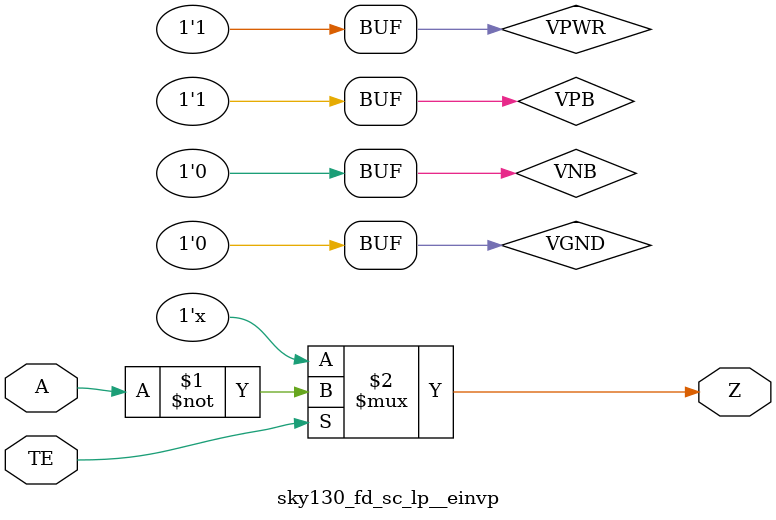
<source format=v>
/*
 * Copyright 2020 The SkyWater PDK Authors
 *
 * Licensed under the Apache License, Version 2.0 (the "License");
 * you may not use this file except in compliance with the License.
 * You may obtain a copy of the License at
 *
 *     https://www.apache.org/licenses/LICENSE-2.0
 *
 * Unless required by applicable law or agreed to in writing, software
 * distributed under the License is distributed on an "AS IS" BASIS,
 * WITHOUT WARRANTIES OR CONDITIONS OF ANY KIND, either express or implied.
 * See the License for the specific language governing permissions and
 * limitations under the License.
 *
 * SPDX-License-Identifier: Apache-2.0
*/


`ifndef SKY130_FD_SC_LP__EINVP_BEHAVIORAL_V
`define SKY130_FD_SC_LP__EINVP_BEHAVIORAL_V

/**
 * einvp: Tri-state inverter, positive enable.
 *
 * Verilog simulation functional model.
 */

`timescale 1ns / 1ps
`default_nettype none

`celldefine
module sky130_fd_sc_lp__einvp (
    Z ,
    A ,
    TE
);

    // Module ports
    output Z ;
    input  A ;
    input  TE;

    // Module supplies
    supply1 VPWR;
    supply0 VGND;
    supply1 VPB ;
    supply0 VNB ;

    //     Name     Output  Other arguments
    notif1 notif10 (Z     , A, TE          );

endmodule
`endcelldefine

`default_nettype wire
`endif  // SKY130_FD_SC_LP__EINVP_BEHAVIORAL_V
</source>
